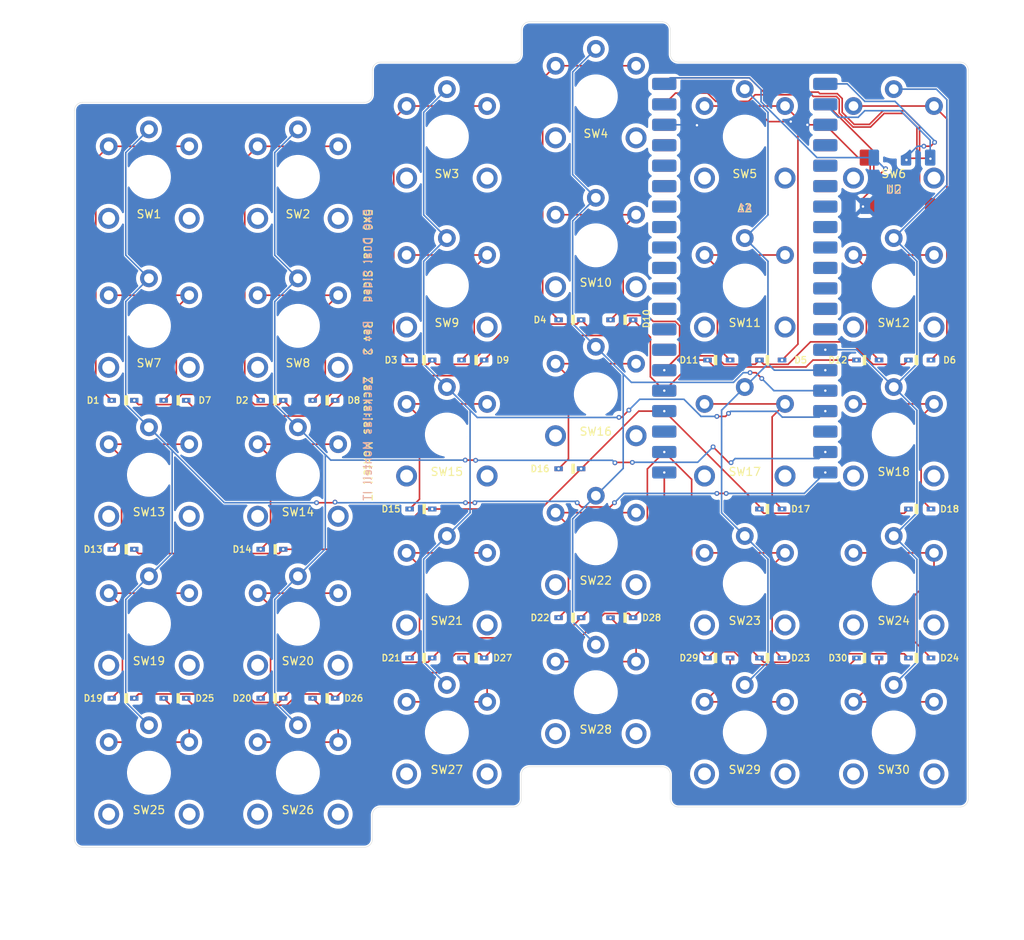
<source format=kicad_pcb>
(kicad_pcb
	(version 20241229)
	(generator "pcbnew")
	(generator_version "9.0")
	(general
		(thickness 1.6)
		(legacy_teardrops no)
	)
	(paper "A4")
	(layers
		(0 "F.Cu" signal)
		(2 "B.Cu" signal)
		(9 "F.Adhes" user "F.Adhesive")
		(11 "B.Adhes" user "B.Adhesive")
		(13 "F.Paste" user)
		(15 "B.Paste" user)
		(5 "F.SilkS" user "F.Silkscreen")
		(7 "B.SilkS" user "B.Silkscreen")
		(1 "F.Mask" user)
		(3 "B.Mask" user)
		(17 "Dwgs.User" user "User.Drawings")
		(19 "Cmts.User" user "User.Comments")
		(21 "Eco1.User" user "User.Eco1")
		(23 "Eco2.User" user "User.Eco2")
		(25 "Edge.Cuts" user)
		(27 "Margin" user)
		(31 "F.CrtYd" user "F.Courtyard")
		(29 "B.CrtYd" user "B.Courtyard")
		(35 "F.Fab" user)
		(33 "B.Fab" user)
		(39 "User.1" user)
		(41 "User.2" user)
		(43 "User.3" user)
		(45 "User.4" user)
	)
	(setup
		(stackup
			(layer "F.SilkS"
				(type "Top Silk Screen")
			)
			(layer "F.Paste"
				(type "Top Solder Paste")
			)
			(layer "F.Mask"
				(type "Top Solder Mask")
				(thickness 0.01)
			)
			(layer "F.Cu"
				(type "copper")
				(thickness 0.035)
			)
			(layer "dielectric 1"
				(type "core")
				(thickness 1.51)
				(material "FR4")
				(epsilon_r 4.5)
				(loss_tangent 0.02)
			)
			(layer "B.Cu"
				(type "copper")
				(thickness 0.035)
			)
			(layer "B.Mask"
				(type "Bottom Solder Mask")
				(thickness 0.01)
			)
			(layer "B.Paste"
				(type "Bottom Solder Paste")
			)
			(layer "B.SilkS"
				(type "Bottom Silk Screen")
			)
			(copper_finish "None")
			(dielectric_constraints no)
		)
		(pad_to_mask_clearance 0)
		(allow_soldermask_bridges_in_footprints no)
		(tenting front back)
		(grid_origin 138.375 110.1)
		(pcbplotparams
			(layerselection 0x00000000_00000000_55555555_5755f5ff)
			(plot_on_all_layers_selection 0x00000000_00000000_00000000_00000000)
			(disableapertmacros no)
			(usegerberextensions no)
			(usegerberattributes yes)
			(usegerberadvancedattributes yes)
			(creategerberjobfile yes)
			(dashed_line_dash_ratio 12.000000)
			(dashed_line_gap_ratio 3.000000)
			(svgprecision 4)
			(plotframeref no)
			(mode 1)
			(useauxorigin no)
			(hpglpennumber 1)
			(hpglpenspeed 20)
			(hpglpendiameter 15.000000)
			(pdf_front_fp_property_popups yes)
			(pdf_back_fp_property_popups yes)
			(pdf_metadata yes)
			(pdf_single_document no)
			(dxfpolygonmode yes)
			(dxfimperialunits yes)
			(dxfusepcbnewfont yes)
			(psnegative no)
			(psa4output no)
			(plot_black_and_white yes)
			(sketchpadsonfab no)
			(plotpadnumbers no)
			(hidednponfab no)
			(sketchdnponfab yes)
			(crossoutdnponfab yes)
			(subtractmaskfromsilk no)
			(outputformat 1)
			(mirror no)
			(drillshape 0)
			(scaleselection 1)
			(outputdirectory "gerbers/")
		)
	)
	(net 0 "")
	(net 1 "col3")
	(net 2 "unconnected-(A1-~{3V3_EN}-Pad37)")
	(net 3 "unconnected-(A1-ADC2{slash}GP28-Pad34)")
	(net 4 "row0")
	(net 5 "unconnected-(A1-ADC_VREF-Pad35)")
	(net 6 "unconnected-(A1-VSYS-Pad39)")
	(net 7 "unconnected-(A1-GP22-Pad29)")
	(net 8 "unconnected-(A1-GND-Pad8)")
	(net 9 "unconnected-(A1-GP5-Pad7)")
	(net 10 "row3")
	(net 11 "unconnected-(A1-GND-Pad18)")
	(net 12 "unconnected-(A1-GND-Pad13)")
	(net 13 "row2")
	(net 14 "col1")
	(net 15 "unconnected-(A1-ADC0{slash}GP26-Pad31)")
	(net 16 "row4")
	(net 17 "col5")
	(net 18 "unconnected-(A1-RUN-Pad30)")
	(net 19 "unconnected-(A1-GP9-Pad12)")
	(net 20 "unconnected-(A1-GND-Pad23)")
	(net 21 "unconnected-(A1-GND-Pad28)")
	(net 22 "unconnected-(A1-ADC1{slash}GP27-Pad32)")
	(net 23 "unconnected-(A1-GP8-Pad11)")
	(net 24 "unconnected-(A1-GND-Pad3)")
	(net 25 "col4")
	(net 26 "unconnected-(A1-GND-Pad33)")
	(net 27 "row1")
	(net 28 "col0")
	(net 29 "col2")
	(net 30 "Net-(D1-A)")
	(net 31 "Net-(D2-A)")
	(net 32 "Net-(D3-A)")
	(net 33 "Net-(D4-A)")
	(net 34 "Net-(D5-A)")
	(net 35 "Net-(D6-A)")
	(net 36 "Net-(D7-A)")
	(net 37 "Net-(D8-A)")
	(net 38 "Net-(D9-A)")
	(net 39 "Net-(D10-A)")
	(net 40 "Net-(D11-A)")
	(net 41 "Net-(D12-A)")
	(net 42 "Net-(D13-A)")
	(net 43 "Net-(D14-A)")
	(net 44 "Net-(D15-A)")
	(net 45 "Net-(D16-A)")
	(net 46 "Net-(D17-A)")
	(net 47 "Net-(D18-A)")
	(net 48 "Net-(D19-A)")
	(net 49 "Net-(D20-A)")
	(net 50 "Net-(D21-A)")
	(net 51 "Net-(D22-A)")
	(net 52 "Net-(D23-A)")
	(net 53 "Net-(D24-A)")
	(net 54 "Net-(D25-A)")
	(net 55 "Net-(D26-A)")
	(net 56 "Net-(D27-A)")
	(net 57 "Net-(D28-A)")
	(net 58 "Net-(D29-A)")
	(net 59 "Net-(D30-A)")
	(net 60 "unconnected-(A1-GP3-Pad5)")
	(net 61 "unconnected-(A1-GP21-Pad27)")
	(net 62 "unconnected-(A1-GP7-Pad10)")
	(net 63 "unconnected-(A1-GP6-Pad9)")
	(net 64 "unconnected-(A1-GP2-Pad4)")
	(net 65 "unconnected-(A1-GP4-Pad6)")
	(net 66 "3v31")
	(net 67 "tx1")
	(net 68 "rx1")
	(net 69 "gnd1")
	(net 70 "unconnected-(A2-RUN-Pad30)")
	(net 71 "unconnected-(A2-GND-Pad3)")
	(net 72 "unconnected-(A2-GND-Pad13)")
	(net 73 "unconnected-(A2-GND-Pad28)")
	(net 74 "unconnected-(A2-GP2-Pad4)")
	(net 75 "unconnected-(A2-ADC1{slash}GP27-Pad32)")
	(net 76 "unconnected-(A2-GND-Pad8)")
	(net 77 "unconnected-(A2-ADC2{slash}GP28-Pad34)")
	(net 78 "unconnected-(A2-GP8-Pad11)")
	(net 79 "unconnected-(A2-GP3-Pad5)")
	(net 80 "unconnected-(A2-GP22-Pad29)")
	(net 81 "unconnected-(A2-VBUS-Pad40)")
	(net 82 "unconnected-(A2-GP10-Pad14)")
	(net 83 "unconnected-(A2-GND-Pad33)")
	(net 84 "unconnected-(A2-GND-Pad23)")
	(net 85 "unconnected-(A2-GP4-Pad6)")
	(net 86 "unconnected-(A2-GP6-Pad9)")
	(net 87 "unconnected-(A2-ADC0{slash}GP26-Pad31)")
	(net 88 "unconnected-(A2-~{3V3_EN}-Pad37)")
	(net 89 "unconnected-(A2-GND-Pad18)")
	(net 90 "unconnected-(A2-GP9-Pad12)")
	(net 91 "unconnected-(A2-GP7-Pad10)")
	(net 92 "unconnected-(A2-ADC_VREF-Pad35)")
	(net 93 "unconnected-(A2-3V3(OUT)-Pad36)")
	(net 94 "unconnected-(A2-GP5-Pad7)")
	(net 95 "unconnected-(A1-3V3(OUT)-Pad36)")
	(footprint "footprints:SW_Kailh_Choc_V2_1.00u_double-sided" (layer "F.Cu") (at 87.5 110.85))
	(footprint "footprints:SODFL2512X100N" (layer "F.Cu") (at 139.775 91.6 180))
	(footprint "footprints:SW_Kailh_Choc_V2_1.00u_double-sided" (layer "F.Cu") (at 106 129.35))
	(footprint "footprints:SW_Kailh_Choc_V2_1.00u_double-sided" (layer "F.Cu") (at 180 50.35))
	(footprint "footprints:SODFL2512X100N" (layer "F.Cu") (at 109.225 83.1 180))
	(footprint "footprints:SW_Kailh_Choc_V2_1.00u_double-sided" (layer "F.Cu") (at 124.5 124.35))
	(footprint "footprints:SODFL2512X100N" (layer "F.Cu") (at 158.275 78.1))
	(footprint "footprints:SODFL2512X100N" (layer "F.Cu") (at 127.725 78.1 180))
	(footprint "footprints:SODFL2512X100N" (layer "F.Cu") (at 102.775 120.1 180))
	(footprint "footprints:SODFL2512X100N" (layer "F.Cu") (at 90.725 83.1 180))
	(footprint "footprints:raspberry_pi_pico_SMD" (layer "F.Cu") (at 161.501761 67.930598))
	(footprint "footprints:SODFL2512X100N" (layer "F.Cu") (at 158.275 115.1))
	(footprint "footprints:SW_Kailh_Choc_V2_1.00u_double-sided" (layer "F.Cu") (at 180 124.35))
	(footprint "footprints:SODFL2512X100N" (layer "F.Cu") (at 84.275 120.1 180))
	(footprint "footprints:SODFL2512X100N" (layer "F.Cu") (at 121.275 78.1 180))
	(footprint "footprints:SW_Kailh_Choc_V2_1.00u_double-sided" (layer "F.Cu") (at 161.5 50.35))
	(footprint "footprints:SW_Kailh_Choc_V2_1.00u_double-sided" (layer "F.Cu") (at 180 87.35))
	(footprint "footprints:raspberry_pi_pico_SMD_Reversed" (layer "F.Cu") (at 161.5 67.929189))
	(footprint "footprints:SW_Kailh_Choc_V2_1.00u_double-sided" (layer "F.Cu") (at 161.5 87.35))
	(footprint "footprints:SW_Kailh_Choc_V2_1.00u_double-sided" (layer "F.Cu") (at 143 82.35))
	(footprint "footprints:SW_Kailh_Choc_V2_1.00u_double-sided" (layer "F.Cu") (at 124.5 87.35))
	(footprint "footprints:SW_Kailh_Choc_V2_1.00u_double-sided" (layer "F.Cu") (at 87.5 55.35))
	(footprint "footprints:SW_Kailh_Choc_V2_1.00u_double-sided" (layer "F.Cu") (at 106 110.85))
	(footprint "footprints:SODFL2512X100N" (layer "F.Cu") (at 146.225 73.1 180))
	(footprint "footprints:SODFL2512X100N" (layer "F.Cu") (at 146.225 110.1 180))
	(footprint "footprints:SW_Kailh_Choc_V2_1.00u_double-sided" (layer "F.Cu") (at 180 68.85))
	(footprint "footprints:SODFL2512X100N" (layer "F.Cu") (at 139.775 110.1 180))
	(footprint "footprints:SW_Kailh_Choc_V2_1.00u_double-sided" (layer "F.Cu") (at 106 92.35))
	(footprint "footprints:SODFL2512X100N" (layer "F.Cu") (at 102.775 83.1 180))
	(footprint "footprints:SODFL2512X100N" (layer "F.Cu") (at 164.725 115.1))
	(footprint "footprints:SODFL2512X100N" (layer "F.Cu") (at 90.725 120.1 180))
	(footprint "footprints:SODFL2512X100N" (layer "F.Cu") (at 183.225 78.1))
	(footprint "footprints:SODFL2512X100N" (layer "F.Cu") (at 121.275 96.6 180))
	(footprint "footprints:SW_Kailh_Choc_V2_1.00u_double-sided" (layer "F.Cu") (at 124.5 68.85))
	(footprint "footprints:SODFL2512X100N" (layer "F.Cu") (at 84.275 83.1 180))
	(footprint "footprints:SW_Kailh_Choc_V2_1.00u_double-sided" (layer "F.Cu") (at 161.5 105.85))
	(footprint "footprints:SODFL2512X100N" (layer "F.Cu") (at 84.275 101.6 180))
	(footprint "footprints:SW_Kailh_Choc_V2_1.00u_double-sided"
		(layer "F.Cu")
		(uuid "a99fb3b7-311d-4db5-aa37-71b2a5f73e65")
		(at 180 105.85)
		(descr "Kailh Choc keyswitch V2 CPG1353 V2 Keycap 1.00u")
		(tags "Kailh Choc Keyswitch Switch CPG1353 V2 Cutout Keycap 1.00u")
		(property "Reference" "SW24"
			(at 0 4.625 0)
			(layer "F.SilkS")
			(uuid "bc19eca0-7
... [683918 chars truncated]
</source>
